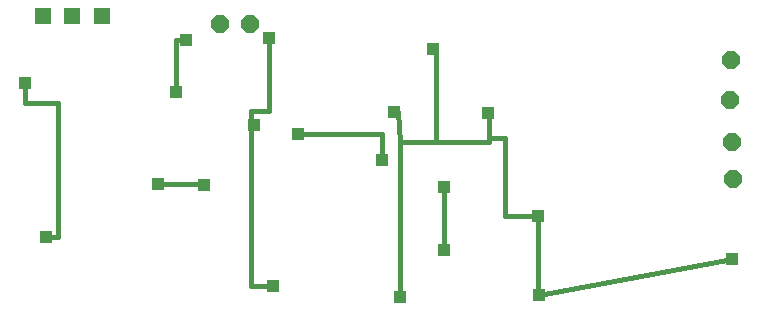
<source format=gbl>
G75*
%MOIN*%
%OFA0B0*%
%FSLAX25Y25*%
%IPPOS*%
%LPD*%
%AMOC8*
5,1,8,0,0,1.08239X$1,22.5*
%
%ADD10OC8,0.05937*%
%ADD11R,0.05543X0.05543*%
%ADD12R,0.04356X0.04356*%
%ADD13C,0.01772*%
%ADD14R,0.04159X0.04159*%
%ADD15C,0.01600*%
D10*
X0088717Y0113697D03*
X0098717Y0113697D03*
X0258835Y0101925D03*
X0258717Y0088342D03*
X0259386Y0074366D03*
X0259465Y0062122D03*
D11*
X0049228Y0116452D03*
X0039386Y0116452D03*
X0029543Y0116452D03*
D12*
X0023441Y0094208D03*
X0067929Y0060350D03*
X0083087Y0060153D03*
X0114583Y0077082D03*
X0099819Y0080035D03*
X0142535Y0068421D03*
X0163205Y0059563D03*
X0194504Y0049720D03*
X0163205Y0038500D03*
X0148441Y0022752D03*
X0106118Y0026295D03*
X0030528Y0042830D03*
X0104740Y0109169D03*
X0159661Y0105429D03*
X0177969Y0083972D03*
X0194898Y0023539D03*
D13*
X0030724Y0042634D02*
X0030528Y0042830D01*
X0030724Y0042634D02*
X0034465Y0042634D01*
X0034465Y0087515D01*
X0023441Y0087319D01*
X0023441Y0094208D01*
X0067929Y0060350D02*
X0083087Y0060350D01*
X0083087Y0060153D01*
X0114583Y0077082D02*
X0142535Y0077082D01*
X0142535Y0068421D01*
X0148441Y0074523D02*
X0160646Y0074523D01*
X0160646Y0105429D01*
X0159661Y0105429D01*
X0148047Y0084366D02*
X0148441Y0074523D01*
X0148441Y0022752D01*
X0163205Y0037909D02*
X0163205Y0038500D01*
X0163205Y0059563D01*
X0183480Y0049720D02*
X0183480Y0075704D01*
X0178362Y0075704D01*
X0178362Y0074523D01*
X0160646Y0074523D01*
X0148047Y0084366D02*
X0146669Y0084366D01*
X0177969Y0083972D02*
X0178362Y0083972D01*
X0178362Y0075704D01*
X0183480Y0049720D02*
X0194504Y0049720D01*
X0194504Y0023539D01*
X0194898Y0023539D01*
X0106118Y0026295D02*
X0099031Y0026295D01*
X0099031Y0080035D01*
X0099031Y0084760D01*
X0104937Y0084760D01*
X0104937Y0109169D01*
X0104740Y0109169D01*
X0099819Y0080035D02*
X0099031Y0080035D01*
D14*
X0073835Y0091059D03*
X0077378Y0108382D03*
X0146669Y0084366D03*
X0259268Y0035350D03*
D15*
X0194898Y0023539D01*
X0073835Y0091059D02*
X0073835Y0108578D01*
X0077378Y0108382D01*
M02*

</source>
